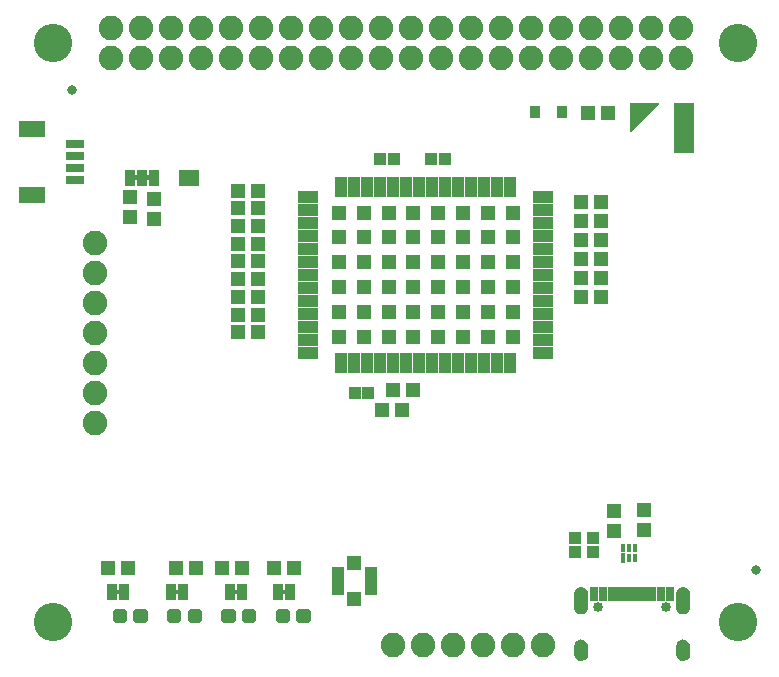
<source format=gts>
G04 EAGLE Gerber RS-274X export*
G75*
%MOMM*%
%FSLAX34Y34*%
%LPD*%
%INSoldermask Top*%
%IPPOS*%
%AMOC8*
5,1,8,0,0,1.08239X$1,22.5*%
G01*
%ADD10R,1.203200X1.303200*%
%ADD11R,0.838200X1.473200*%
%ADD12R,1.053200X2.403200*%
%ADD13R,1.203200X1.253200*%
%ADD14R,0.833200X1.033200*%
%ADD15R,1.303200X1.203200*%
%ADD16C,0.505344*%
%ADD17R,1.700000X4.200000*%
%ADD18R,1.003200X1.703200*%
%ADD19R,1.703200X1.003200*%
%ADD20R,1.303200X1.303200*%
%ADD21R,1.053200X1.103200*%
%ADD22R,0.453200X0.813200*%
%ADD23R,0.453200X0.763200*%
%ADD24R,0.503200X1.203200*%
%ADD25R,0.803200X1.203200*%
%ADD26C,0.853200*%
%ADD27R,1.103200X1.053200*%
%ADD28C,2.082800*%
%ADD29C,3.251200*%
%ADD30C,0.838200*%
%ADD31R,2.203200X1.403200*%
%ADD32R,1.553200X0.803200*%

G36*
X523536Y449417D02*
X523536Y449417D01*
X523563Y449413D01*
X523604Y449431D01*
X523646Y449440D01*
X523682Y449466D01*
X523691Y449470D01*
X523695Y449475D01*
X523706Y449484D01*
X547706Y473484D01*
X547727Y473522D01*
X547756Y473555D01*
X547760Y473582D01*
X547773Y473606D01*
X547770Y473650D01*
X547777Y473693D01*
X547766Y473719D01*
X547764Y473746D01*
X547738Y473781D01*
X547720Y473821D01*
X547697Y473836D01*
X547681Y473858D01*
X547640Y473874D01*
X547604Y473898D01*
X547560Y473905D01*
X547551Y473908D01*
X547544Y473907D01*
X547530Y473909D01*
X523530Y473909D01*
X523514Y473904D01*
X523497Y473907D01*
X523447Y473885D01*
X523396Y473870D01*
X523385Y473857D01*
X523369Y473850D01*
X523339Y473805D01*
X523304Y473765D01*
X523301Y473748D01*
X523292Y473734D01*
X523281Y473660D01*
X523281Y449660D01*
X523293Y449618D01*
X523296Y449574D01*
X523312Y449552D01*
X523320Y449526D01*
X523353Y449497D01*
X523379Y449462D01*
X523405Y449452D01*
X523425Y449434D01*
X523469Y449427D01*
X523509Y449412D01*
X523536Y449417D01*
G37*
G36*
X569484Y41173D02*
X569484Y41173D01*
X569490Y41179D01*
X569495Y41175D01*
X570725Y41540D01*
X570730Y41547D01*
X570735Y41545D01*
X571854Y42175D01*
X571857Y42182D01*
X571863Y42181D01*
X572813Y43044D01*
X572814Y43052D01*
X572820Y43052D01*
X573554Y44105D01*
X573554Y44113D01*
X573559Y44115D01*
X574041Y45305D01*
X574039Y45310D01*
X574043Y45313D01*
X574042Y45314D01*
X574044Y45315D01*
X574249Y46582D01*
X574246Y46587D01*
X574249Y46590D01*
X574249Y58590D01*
X574246Y58594D01*
X574249Y58597D01*
X574094Y59719D01*
X574089Y59724D01*
X574092Y59728D01*
X573721Y60799D01*
X573715Y60803D01*
X573717Y60808D01*
X573144Y61785D01*
X573138Y61788D01*
X573139Y61793D01*
X572386Y62640D01*
X572379Y62642D01*
X572379Y62647D01*
X571476Y63331D01*
X571469Y63331D01*
X571468Y63336D01*
X570449Y63831D01*
X570442Y63829D01*
X570440Y63834D01*
X569343Y64121D01*
X569337Y64118D01*
X569334Y64122D01*
X568203Y64189D01*
X568197Y64189D01*
X567066Y64122D01*
X567061Y64117D01*
X567057Y64121D01*
X565960Y63834D01*
X565956Y63828D01*
X565951Y63831D01*
X564932Y63336D01*
X564929Y63330D01*
X564924Y63331D01*
X564021Y62647D01*
X564019Y62640D01*
X564014Y62640D01*
X563261Y61793D01*
X563261Y61786D01*
X563256Y61785D01*
X562683Y60808D01*
X562684Y60805D01*
X562683Y60804D01*
X562684Y60803D01*
X562684Y60801D01*
X562679Y60799D01*
X562308Y59728D01*
X562310Y59723D01*
X562307Y59721D01*
X562307Y59720D01*
X562306Y59719D01*
X562151Y58597D01*
X562154Y58592D01*
X562151Y58590D01*
X562151Y46590D01*
X562154Y46585D01*
X562151Y46582D01*
X562356Y45315D01*
X562362Y45309D01*
X562359Y45305D01*
X562841Y44115D01*
X562848Y44111D01*
X562846Y44105D01*
X563580Y43052D01*
X563588Y43050D01*
X563587Y43044D01*
X564537Y42181D01*
X564546Y42180D01*
X564546Y42175D01*
X565665Y41545D01*
X565673Y41546D01*
X565675Y41540D01*
X566905Y41175D01*
X566913Y41178D01*
X566916Y41173D01*
X568197Y41091D01*
X568201Y41094D01*
X568203Y41091D01*
X569484Y41173D01*
G37*
G36*
X483084Y41173D02*
X483084Y41173D01*
X483090Y41179D01*
X483095Y41175D01*
X484325Y41540D01*
X484330Y41547D01*
X484335Y41545D01*
X485454Y42175D01*
X485457Y42182D01*
X485463Y42181D01*
X486413Y43044D01*
X486414Y43052D01*
X486420Y43052D01*
X487154Y44105D01*
X487154Y44113D01*
X487159Y44115D01*
X487641Y45305D01*
X487639Y45310D01*
X487643Y45313D01*
X487642Y45314D01*
X487644Y45315D01*
X487849Y46582D01*
X487846Y46587D01*
X487849Y46590D01*
X487849Y58590D01*
X487846Y58594D01*
X487849Y58597D01*
X487694Y59719D01*
X487689Y59724D01*
X487692Y59728D01*
X487321Y60799D01*
X487315Y60803D01*
X487317Y60808D01*
X486744Y61785D01*
X486738Y61788D01*
X486739Y61793D01*
X485986Y62640D01*
X485979Y62642D01*
X485979Y62647D01*
X485076Y63331D01*
X485069Y63331D01*
X485068Y63336D01*
X484049Y63831D01*
X484042Y63829D01*
X484040Y63834D01*
X482943Y64121D01*
X482937Y64118D01*
X482934Y64122D01*
X481803Y64189D01*
X481797Y64189D01*
X480666Y64122D01*
X480661Y64117D01*
X480657Y64121D01*
X479560Y63834D01*
X479556Y63828D01*
X479551Y63831D01*
X478532Y63336D01*
X478529Y63330D01*
X478524Y63331D01*
X477621Y62647D01*
X477619Y62640D01*
X477614Y62640D01*
X476861Y61793D01*
X476861Y61786D01*
X476856Y61785D01*
X476283Y60808D01*
X476284Y60805D01*
X476283Y60804D01*
X476284Y60803D01*
X476284Y60801D01*
X476279Y60799D01*
X475908Y59728D01*
X475910Y59723D01*
X475907Y59721D01*
X475907Y59720D01*
X475906Y59719D01*
X475751Y58597D01*
X475754Y58592D01*
X475751Y58590D01*
X475751Y46590D01*
X475754Y46585D01*
X475751Y46582D01*
X475956Y45315D01*
X475962Y45309D01*
X475959Y45305D01*
X476441Y44115D01*
X476448Y44111D01*
X476446Y44105D01*
X477180Y43052D01*
X477188Y43050D01*
X477187Y43044D01*
X478137Y42181D01*
X478146Y42180D01*
X478146Y42175D01*
X479265Y41545D01*
X479273Y41546D01*
X479275Y41540D01*
X480505Y41175D01*
X480513Y41178D01*
X480516Y41173D01*
X481797Y41091D01*
X481801Y41094D01*
X481803Y41091D01*
X483084Y41173D01*
G37*
G36*
X482971Y1901D02*
X482971Y1901D01*
X482976Y1906D01*
X482980Y1903D01*
X484103Y2238D01*
X484107Y2244D01*
X484111Y2242D01*
X485147Y2790D01*
X485150Y2796D01*
X485155Y2795D01*
X486063Y3534D01*
X486065Y3541D01*
X486070Y3541D01*
X486817Y4443D01*
X486817Y4451D01*
X486823Y4451D01*
X487379Y5482D01*
X487378Y5489D01*
X487383Y5491D01*
X487727Y6610D01*
X487725Y6617D01*
X487729Y6620D01*
X487849Y7785D01*
X487847Y7788D01*
X487849Y7790D01*
X487849Y13790D01*
X487847Y13793D01*
X487849Y13795D01*
X487738Y14971D01*
X487733Y14976D01*
X487736Y14980D01*
X487398Y16112D01*
X487392Y16116D01*
X487394Y16121D01*
X486842Y17165D01*
X486835Y17168D01*
X486837Y17173D01*
X486091Y18089D01*
X486084Y18090D01*
X486084Y18096D01*
X485175Y18849D01*
X485167Y18849D01*
X485167Y18854D01*
X484127Y19415D01*
X484120Y19414D01*
X484118Y19419D01*
X482989Y19766D01*
X482983Y19764D01*
X482980Y19768D01*
X481805Y19889D01*
X481798Y19885D01*
X481794Y19889D01*
X480454Y19732D01*
X480448Y19727D01*
X480443Y19730D01*
X479172Y19279D01*
X479167Y19272D01*
X479162Y19274D01*
X478023Y18552D01*
X478020Y18544D01*
X478014Y18545D01*
X477064Y17587D01*
X477063Y17579D01*
X477057Y17578D01*
X476344Y16433D01*
X476345Y16425D01*
X476339Y16423D01*
X475899Y15147D01*
X475901Y15140D01*
X475897Y15137D01*
X475751Y13795D01*
X475753Y13792D01*
X475751Y13790D01*
X475751Y7790D01*
X475753Y7787D01*
X475751Y7784D01*
X475906Y6455D01*
X475912Y6449D01*
X475909Y6445D01*
X476356Y5184D01*
X476363Y5179D01*
X476361Y5174D01*
X477078Y4044D01*
X477085Y4041D01*
X477084Y4035D01*
X478035Y3093D01*
X478043Y3092D01*
X478043Y3086D01*
X479179Y2379D01*
X479187Y2380D01*
X479189Y2374D01*
X480454Y1938D01*
X480459Y1939D01*
X480460Y1939D01*
X480463Y1939D01*
X480465Y1935D01*
X481795Y1791D01*
X481801Y1795D01*
X481805Y1791D01*
X482971Y1901D01*
G37*
G36*
X569371Y1901D02*
X569371Y1901D01*
X569376Y1906D01*
X569380Y1903D01*
X570503Y2238D01*
X570507Y2244D01*
X570511Y2242D01*
X571547Y2790D01*
X571550Y2796D01*
X571555Y2795D01*
X572463Y3534D01*
X572465Y3541D01*
X572470Y3541D01*
X573217Y4443D01*
X573217Y4451D01*
X573223Y4451D01*
X573779Y5482D01*
X573778Y5489D01*
X573783Y5491D01*
X574127Y6610D01*
X574125Y6617D01*
X574129Y6620D01*
X574249Y7785D01*
X574247Y7788D01*
X574249Y7790D01*
X574249Y13790D01*
X574247Y13793D01*
X574249Y13795D01*
X574138Y14971D01*
X574133Y14976D01*
X574136Y14980D01*
X573798Y16112D01*
X573792Y16116D01*
X573794Y16121D01*
X573242Y17165D01*
X573235Y17168D01*
X573237Y17173D01*
X572491Y18089D01*
X572484Y18090D01*
X572484Y18096D01*
X571575Y18849D01*
X571567Y18849D01*
X571567Y18854D01*
X570527Y19415D01*
X570520Y19414D01*
X570518Y19419D01*
X569389Y19766D01*
X569383Y19764D01*
X569380Y19768D01*
X568205Y19889D01*
X568198Y19885D01*
X568194Y19889D01*
X566854Y19732D01*
X566848Y19727D01*
X566843Y19730D01*
X565572Y19279D01*
X565567Y19272D01*
X565562Y19274D01*
X564423Y18552D01*
X564420Y18544D01*
X564414Y18545D01*
X563464Y17587D01*
X563463Y17579D01*
X563457Y17578D01*
X562744Y16433D01*
X562745Y16425D01*
X562739Y16423D01*
X562299Y15147D01*
X562301Y15140D01*
X562297Y15137D01*
X562151Y13795D01*
X562153Y13792D01*
X562151Y13790D01*
X562151Y7790D01*
X562153Y7787D01*
X562151Y7784D01*
X562306Y6455D01*
X562312Y6449D01*
X562309Y6445D01*
X562756Y5184D01*
X562763Y5179D01*
X562761Y5174D01*
X563478Y4044D01*
X563485Y4041D01*
X563484Y4035D01*
X564435Y3093D01*
X564443Y3092D01*
X564443Y3086D01*
X565579Y2379D01*
X565587Y2380D01*
X565589Y2374D01*
X566854Y1938D01*
X566859Y1939D01*
X566860Y1939D01*
X566863Y1939D01*
X566865Y1935D01*
X568195Y1791D01*
X568201Y1795D01*
X568205Y1791D01*
X569371Y1901D01*
G37*
G36*
X117050Y409027D02*
X117050Y409027D01*
X117116Y409029D01*
X117159Y409047D01*
X117206Y409055D01*
X117263Y409089D01*
X117323Y409114D01*
X117358Y409145D01*
X117399Y409170D01*
X117441Y409221D01*
X117489Y409265D01*
X117511Y409307D01*
X117540Y409344D01*
X117561Y409406D01*
X117592Y409465D01*
X117600Y409519D01*
X117612Y409556D01*
X117611Y409596D01*
X117619Y409650D01*
X117619Y412190D01*
X117608Y412255D01*
X117606Y412321D01*
X117588Y412364D01*
X117580Y412411D01*
X117546Y412468D01*
X117521Y412528D01*
X117490Y412563D01*
X117465Y412604D01*
X117414Y412646D01*
X117370Y412694D01*
X117328Y412716D01*
X117291Y412745D01*
X117229Y412766D01*
X117170Y412797D01*
X117116Y412805D01*
X117079Y412817D01*
X117039Y412816D01*
X116985Y412824D01*
X113175Y412824D01*
X113110Y412813D01*
X113044Y412811D01*
X113001Y412793D01*
X112954Y412785D01*
X112897Y412751D01*
X112837Y412726D01*
X112802Y412695D01*
X112761Y412670D01*
X112720Y412619D01*
X112671Y412575D01*
X112649Y412533D01*
X112620Y412496D01*
X112599Y412434D01*
X112568Y412375D01*
X112560Y412321D01*
X112548Y412284D01*
X112548Y412281D01*
X112549Y412244D01*
X112541Y412190D01*
X112541Y409650D01*
X112552Y409585D01*
X112554Y409519D01*
X112572Y409476D01*
X112580Y409429D01*
X112614Y409372D01*
X112639Y409312D01*
X112670Y409277D01*
X112695Y409236D01*
X112746Y409195D01*
X112790Y409146D01*
X112832Y409124D01*
X112869Y409095D01*
X112931Y409074D01*
X112990Y409043D01*
X113044Y409035D01*
X113081Y409023D01*
X113121Y409024D01*
X113175Y409016D01*
X116985Y409016D01*
X117050Y409027D01*
G37*
G36*
X106890Y409027D02*
X106890Y409027D01*
X106956Y409029D01*
X106999Y409047D01*
X107046Y409055D01*
X107103Y409089D01*
X107163Y409114D01*
X107198Y409145D01*
X107239Y409170D01*
X107281Y409221D01*
X107329Y409265D01*
X107351Y409307D01*
X107380Y409344D01*
X107401Y409406D01*
X107432Y409465D01*
X107440Y409519D01*
X107452Y409556D01*
X107451Y409596D01*
X107459Y409650D01*
X107459Y412190D01*
X107448Y412255D01*
X107446Y412321D01*
X107428Y412364D01*
X107420Y412411D01*
X107386Y412468D01*
X107361Y412528D01*
X107330Y412563D01*
X107305Y412604D01*
X107254Y412646D01*
X107210Y412694D01*
X107168Y412716D01*
X107131Y412745D01*
X107069Y412766D01*
X107010Y412797D01*
X106956Y412805D01*
X106919Y412817D01*
X106879Y412816D01*
X106825Y412824D01*
X103015Y412824D01*
X102950Y412813D01*
X102884Y412811D01*
X102841Y412793D01*
X102794Y412785D01*
X102737Y412751D01*
X102677Y412726D01*
X102642Y412695D01*
X102601Y412670D01*
X102560Y412619D01*
X102511Y412575D01*
X102489Y412533D01*
X102460Y412496D01*
X102439Y412434D01*
X102408Y412375D01*
X102400Y412321D01*
X102388Y412284D01*
X102388Y412281D01*
X102389Y412244D01*
X102381Y412190D01*
X102381Y409650D01*
X102392Y409585D01*
X102394Y409519D01*
X102412Y409476D01*
X102420Y409429D01*
X102454Y409372D01*
X102479Y409312D01*
X102510Y409277D01*
X102535Y409236D01*
X102586Y409195D01*
X102630Y409146D01*
X102672Y409124D01*
X102709Y409095D01*
X102771Y409074D01*
X102830Y409043D01*
X102884Y409035D01*
X102921Y409023D01*
X102961Y409024D01*
X103015Y409016D01*
X106825Y409016D01*
X106890Y409027D01*
G37*
G36*
X141970Y58107D02*
X141970Y58107D01*
X142036Y58109D01*
X142079Y58127D01*
X142126Y58135D01*
X142183Y58169D01*
X142243Y58194D01*
X142278Y58225D01*
X142319Y58250D01*
X142361Y58301D01*
X142409Y58345D01*
X142431Y58387D01*
X142460Y58424D01*
X142481Y58486D01*
X142512Y58545D01*
X142520Y58599D01*
X142532Y58636D01*
X142531Y58676D01*
X142539Y58730D01*
X142539Y61270D01*
X142528Y61335D01*
X142526Y61401D01*
X142508Y61444D01*
X142500Y61491D01*
X142466Y61548D01*
X142441Y61608D01*
X142410Y61643D01*
X142385Y61684D01*
X142334Y61726D01*
X142290Y61774D01*
X142248Y61796D01*
X142211Y61825D01*
X142149Y61846D01*
X142090Y61877D01*
X142036Y61885D01*
X141999Y61897D01*
X141959Y61896D01*
X141905Y61904D01*
X138095Y61904D01*
X138030Y61893D01*
X137964Y61891D01*
X137921Y61873D01*
X137874Y61865D01*
X137817Y61831D01*
X137757Y61806D01*
X137722Y61775D01*
X137681Y61750D01*
X137640Y61699D01*
X137591Y61655D01*
X137569Y61613D01*
X137540Y61576D01*
X137519Y61514D01*
X137488Y61455D01*
X137480Y61401D01*
X137468Y61364D01*
X137468Y61361D01*
X137469Y61324D01*
X137461Y61270D01*
X137461Y58730D01*
X137472Y58665D01*
X137474Y58599D01*
X137492Y58556D01*
X137500Y58509D01*
X137534Y58452D01*
X137559Y58392D01*
X137590Y58357D01*
X137615Y58316D01*
X137666Y58275D01*
X137710Y58226D01*
X137752Y58204D01*
X137789Y58175D01*
X137851Y58154D01*
X137910Y58123D01*
X137964Y58115D01*
X138001Y58103D01*
X138041Y58104D01*
X138095Y58096D01*
X141905Y58096D01*
X141970Y58107D01*
G37*
G36*
X191970Y58107D02*
X191970Y58107D01*
X192036Y58109D01*
X192079Y58127D01*
X192126Y58135D01*
X192183Y58169D01*
X192243Y58194D01*
X192278Y58225D01*
X192319Y58250D01*
X192361Y58301D01*
X192409Y58345D01*
X192431Y58387D01*
X192460Y58424D01*
X192481Y58486D01*
X192512Y58545D01*
X192520Y58599D01*
X192532Y58636D01*
X192531Y58676D01*
X192539Y58730D01*
X192539Y61270D01*
X192528Y61335D01*
X192526Y61401D01*
X192508Y61444D01*
X192500Y61491D01*
X192466Y61548D01*
X192441Y61608D01*
X192410Y61643D01*
X192385Y61684D01*
X192334Y61726D01*
X192290Y61774D01*
X192248Y61796D01*
X192211Y61825D01*
X192149Y61846D01*
X192090Y61877D01*
X192036Y61885D01*
X191999Y61897D01*
X191959Y61896D01*
X191905Y61904D01*
X188095Y61904D01*
X188030Y61893D01*
X187964Y61891D01*
X187921Y61873D01*
X187874Y61865D01*
X187817Y61831D01*
X187757Y61806D01*
X187722Y61775D01*
X187681Y61750D01*
X187640Y61699D01*
X187591Y61655D01*
X187569Y61613D01*
X187540Y61576D01*
X187519Y61514D01*
X187488Y61455D01*
X187480Y61401D01*
X187468Y61364D01*
X187468Y61361D01*
X187469Y61324D01*
X187461Y61270D01*
X187461Y58730D01*
X187472Y58665D01*
X187474Y58599D01*
X187492Y58556D01*
X187500Y58509D01*
X187534Y58452D01*
X187559Y58392D01*
X187590Y58357D01*
X187615Y58316D01*
X187666Y58275D01*
X187710Y58226D01*
X187752Y58204D01*
X187789Y58175D01*
X187851Y58154D01*
X187910Y58123D01*
X187964Y58115D01*
X188001Y58103D01*
X188041Y58104D01*
X188095Y58096D01*
X191905Y58096D01*
X191970Y58107D01*
G37*
G36*
X91970Y58107D02*
X91970Y58107D01*
X92036Y58109D01*
X92079Y58127D01*
X92126Y58135D01*
X92183Y58169D01*
X92243Y58194D01*
X92278Y58225D01*
X92319Y58250D01*
X92361Y58301D01*
X92409Y58345D01*
X92431Y58387D01*
X92460Y58424D01*
X92481Y58486D01*
X92512Y58545D01*
X92520Y58599D01*
X92532Y58636D01*
X92531Y58676D01*
X92539Y58730D01*
X92539Y61270D01*
X92528Y61335D01*
X92526Y61401D01*
X92508Y61444D01*
X92500Y61491D01*
X92466Y61548D01*
X92441Y61608D01*
X92410Y61643D01*
X92385Y61684D01*
X92334Y61726D01*
X92290Y61774D01*
X92248Y61796D01*
X92211Y61825D01*
X92149Y61846D01*
X92090Y61877D01*
X92036Y61885D01*
X91999Y61897D01*
X91959Y61896D01*
X91905Y61904D01*
X88095Y61904D01*
X88030Y61893D01*
X87964Y61891D01*
X87921Y61873D01*
X87874Y61865D01*
X87817Y61831D01*
X87757Y61806D01*
X87722Y61775D01*
X87681Y61750D01*
X87640Y61699D01*
X87591Y61655D01*
X87569Y61613D01*
X87540Y61576D01*
X87519Y61514D01*
X87488Y61455D01*
X87480Y61401D01*
X87468Y61364D01*
X87468Y61361D01*
X87469Y61324D01*
X87461Y61270D01*
X87461Y58730D01*
X87472Y58665D01*
X87474Y58599D01*
X87492Y58556D01*
X87500Y58509D01*
X87534Y58452D01*
X87559Y58392D01*
X87590Y58357D01*
X87615Y58316D01*
X87666Y58275D01*
X87710Y58226D01*
X87752Y58204D01*
X87789Y58175D01*
X87851Y58154D01*
X87910Y58123D01*
X87964Y58115D01*
X88001Y58103D01*
X88041Y58104D01*
X88095Y58096D01*
X91905Y58096D01*
X91970Y58107D01*
G37*
G36*
X231970Y58107D02*
X231970Y58107D01*
X232036Y58109D01*
X232079Y58127D01*
X232126Y58135D01*
X232183Y58169D01*
X232243Y58194D01*
X232278Y58225D01*
X232319Y58250D01*
X232361Y58301D01*
X232409Y58345D01*
X232431Y58387D01*
X232460Y58424D01*
X232481Y58486D01*
X232512Y58545D01*
X232520Y58599D01*
X232532Y58636D01*
X232531Y58676D01*
X232539Y58730D01*
X232539Y61270D01*
X232528Y61335D01*
X232526Y61401D01*
X232508Y61444D01*
X232500Y61491D01*
X232466Y61548D01*
X232441Y61608D01*
X232410Y61643D01*
X232385Y61684D01*
X232334Y61726D01*
X232290Y61774D01*
X232248Y61796D01*
X232211Y61825D01*
X232149Y61846D01*
X232090Y61877D01*
X232036Y61885D01*
X231999Y61897D01*
X231959Y61896D01*
X231905Y61904D01*
X228095Y61904D01*
X228030Y61893D01*
X227964Y61891D01*
X227921Y61873D01*
X227874Y61865D01*
X227817Y61831D01*
X227757Y61806D01*
X227722Y61775D01*
X227681Y61750D01*
X227640Y61699D01*
X227591Y61655D01*
X227569Y61613D01*
X227540Y61576D01*
X227519Y61514D01*
X227488Y61455D01*
X227480Y61401D01*
X227468Y61364D01*
X227468Y61361D01*
X227469Y61324D01*
X227461Y61270D01*
X227461Y58730D01*
X227472Y58665D01*
X227474Y58599D01*
X227492Y58556D01*
X227500Y58509D01*
X227534Y58452D01*
X227559Y58392D01*
X227590Y58357D01*
X227615Y58316D01*
X227666Y58275D01*
X227710Y58226D01*
X227752Y58204D01*
X227789Y58175D01*
X227851Y58154D01*
X227910Y58123D01*
X227964Y58115D01*
X228001Y58103D01*
X228041Y58104D01*
X228095Y58096D01*
X231905Y58096D01*
X231970Y58107D01*
G37*
D10*
X120030Y376076D03*
X120030Y393076D03*
X99662Y377854D03*
X99662Y394854D03*
D11*
X120160Y410920D03*
X110000Y410920D03*
X99840Y410920D03*
D12*
X276250Y69128D03*
X303750Y69128D03*
D13*
X290000Y84378D03*
X290000Y53878D03*
D14*
X465726Y466312D03*
X442726Y466312D03*
D15*
X504686Y465680D03*
X487686Y465680D03*
D11*
X153810Y410204D03*
X145682Y410204D03*
D16*
X94720Y43490D02*
X94720Y36510D01*
X87740Y36510D01*
X87740Y43490D01*
X94720Y43490D01*
X94720Y41310D02*
X87740Y41310D01*
X112260Y43490D02*
X112260Y36510D01*
X105280Y36510D01*
X105280Y43490D01*
X112260Y43490D01*
X112260Y41310D02*
X105280Y41310D01*
D15*
X98500Y80000D03*
X81500Y80000D03*
D11*
X95080Y60000D03*
X84920Y60000D03*
D17*
X568830Y452860D03*
D18*
X278880Y253800D03*
X289880Y253800D03*
X300880Y253800D03*
X311880Y253800D03*
X322880Y253800D03*
X333880Y253800D03*
X344880Y253800D03*
X355880Y253800D03*
X366880Y253800D03*
X377880Y253800D03*
X388880Y253800D03*
X399880Y253800D03*
X410880Y253800D03*
X421880Y253800D03*
X278880Y403300D03*
X289880Y403300D03*
X300880Y403300D03*
X311880Y403300D03*
X322880Y403300D03*
X333880Y403300D03*
X344880Y403300D03*
X355880Y403300D03*
X366880Y403300D03*
X377880Y403300D03*
X388880Y403300D03*
X399880Y403300D03*
X410880Y403300D03*
X421880Y403300D03*
D19*
X449880Y262300D03*
X449880Y273300D03*
X449880Y284300D03*
X449880Y295300D03*
X449880Y306300D03*
X449880Y317300D03*
X449880Y328300D03*
X449880Y339300D03*
X449880Y350300D03*
X449880Y361300D03*
X449880Y372300D03*
X449880Y383300D03*
X449880Y394300D03*
X250880Y394300D03*
X250880Y383300D03*
X250880Y372300D03*
X250880Y361300D03*
X250880Y350300D03*
X250880Y339300D03*
X250880Y328300D03*
X250880Y317300D03*
X250880Y306300D03*
X250880Y295300D03*
X250880Y284300D03*
X250880Y273300D03*
X250880Y262300D03*
D20*
X276880Y276300D03*
X297880Y276300D03*
X318880Y276300D03*
X339880Y276300D03*
X360880Y276300D03*
X381880Y276300D03*
X402880Y276300D03*
X423880Y276300D03*
X423880Y297300D03*
X402880Y297300D03*
X381880Y297300D03*
X360880Y297300D03*
X339880Y297300D03*
X318880Y297300D03*
X297880Y297300D03*
X276880Y297300D03*
X276880Y318300D03*
X297880Y318300D03*
X318880Y318300D03*
X339880Y318300D03*
X360880Y318300D03*
X381880Y318300D03*
X402880Y318300D03*
X423880Y318300D03*
X423880Y339300D03*
X402880Y339300D03*
X381880Y339300D03*
X360880Y339300D03*
X339880Y339300D03*
X318880Y339300D03*
X297880Y339300D03*
X276880Y339300D03*
X276880Y360300D03*
X297880Y360300D03*
X318880Y360300D03*
X339880Y360300D03*
X360880Y360300D03*
X381880Y360300D03*
X402880Y360300D03*
X423880Y360300D03*
X423880Y381300D03*
X402880Y381300D03*
X381880Y381300D03*
X360880Y381300D03*
X339880Y381300D03*
X318880Y381300D03*
X297880Y381300D03*
X276880Y381300D03*
D15*
X312960Y214386D03*
X329960Y214386D03*
D21*
X354908Y426348D03*
X366508Y426348D03*
D22*
X517432Y89006D03*
D23*
X522432Y88756D03*
X527432Y88756D03*
X527432Y97356D03*
X522432Y97356D03*
X517432Y97356D03*
D21*
X323036Y426754D03*
X311436Y426754D03*
D15*
X138500Y80000D03*
X155500Y80000D03*
X194500Y80000D03*
X177500Y80000D03*
D11*
X195080Y60000D03*
X184920Y60000D03*
X134920Y60000D03*
X145080Y60000D03*
D16*
X151280Y43490D02*
X151280Y36510D01*
X151280Y43490D02*
X158260Y43490D01*
X158260Y36510D01*
X151280Y36510D01*
X151280Y41310D02*
X158260Y41310D01*
X133740Y43490D02*
X133740Y36510D01*
X133740Y43490D02*
X140720Y43490D01*
X140720Y36510D01*
X133740Y36510D01*
X133740Y41310D02*
X140720Y41310D01*
X186720Y43490D02*
X186720Y36510D01*
X179740Y36510D01*
X179740Y43490D01*
X186720Y43490D01*
X186720Y41310D02*
X179740Y41310D01*
X204260Y43490D02*
X204260Y36510D01*
X197280Y36510D01*
X197280Y43490D01*
X204260Y43490D01*
X204260Y41310D02*
X197280Y41310D01*
D15*
X322796Y230702D03*
X339796Y230702D03*
D24*
X532500Y58390D03*
X527500Y58390D03*
D25*
X557250Y58390D03*
X549500Y58390D03*
D24*
X542500Y58390D03*
X537500Y58390D03*
X517500Y58390D03*
X522500Y58390D03*
D25*
X492750Y58390D03*
X500500Y58390D03*
D24*
X507500Y58390D03*
X512500Y58390D03*
D26*
X496100Y47340D03*
X553900Y47340D03*
D27*
X476950Y105800D03*
X476950Y94200D03*
X492336Y105800D03*
X492336Y94200D03*
D28*
X83720Y512160D03*
X109120Y512160D03*
X134520Y512160D03*
X159920Y512160D03*
X185320Y512160D03*
X210720Y512160D03*
X236120Y512160D03*
X261520Y512160D03*
X286920Y512160D03*
X312320Y512160D03*
X337720Y512160D03*
X363120Y512160D03*
X388520Y512160D03*
X388520Y537560D03*
X363120Y537560D03*
X337720Y537560D03*
X312320Y537560D03*
X286920Y537560D03*
X261520Y537560D03*
X236120Y537560D03*
X210720Y537560D03*
X185320Y537560D03*
X159920Y537560D03*
X134520Y537560D03*
X109120Y537560D03*
X83720Y537560D03*
X413920Y512160D03*
X413920Y537560D03*
X439320Y512160D03*
X439320Y537560D03*
X464720Y512160D03*
X464720Y537560D03*
X490120Y512160D03*
X490120Y537560D03*
X515520Y512160D03*
X515520Y537560D03*
X540920Y512160D03*
X540920Y537560D03*
X566320Y512160D03*
X566320Y537560D03*
D29*
X35000Y35000D03*
X615000Y35000D03*
X35000Y525000D03*
X615000Y525000D03*
D30*
X629732Y79018D03*
X50480Y485080D03*
D31*
X16590Y452180D03*
X16590Y396180D03*
D32*
X53340Y439180D03*
X53340Y429180D03*
X53340Y419180D03*
X53340Y409180D03*
D28*
X70000Y355400D03*
X70000Y330000D03*
X70000Y304600D03*
X70000Y279200D03*
X70000Y253800D03*
X70000Y228400D03*
X70000Y203000D03*
X322500Y15000D03*
X347900Y15000D03*
X373300Y15000D03*
X398700Y15000D03*
X424100Y15000D03*
X449500Y15000D03*
D10*
X535360Y112770D03*
X535360Y129770D03*
X509680Y111500D03*
X509680Y128500D03*
D15*
X238500Y80000D03*
X221500Y80000D03*
D11*
X235080Y60000D03*
X224920Y60000D03*
D16*
X232720Y43490D02*
X232720Y36510D01*
X225740Y36510D01*
X225740Y43490D01*
X232720Y43490D01*
X232720Y41310D02*
X225740Y41310D01*
X250260Y43490D02*
X250260Y36510D01*
X243280Y36510D01*
X243280Y43490D01*
X250260Y43490D01*
X250260Y41310D02*
X243280Y41310D01*
D21*
X290200Y229000D03*
X301800Y229000D03*
D15*
X208500Y325000D03*
X191500Y325000D03*
X208500Y295000D03*
X191500Y295000D03*
X208500Y370000D03*
X191500Y370000D03*
X208500Y355000D03*
X191500Y355000D03*
X208500Y340000D03*
X191500Y340000D03*
X208500Y400000D03*
X191500Y400000D03*
X208500Y385000D03*
X191500Y385000D03*
X481500Y310000D03*
X498500Y310000D03*
X481500Y326000D03*
X498500Y326000D03*
X208500Y280000D03*
X191500Y280000D03*
X208500Y310000D03*
X191500Y310000D03*
X481500Y390000D03*
X498500Y390000D03*
X481500Y374000D03*
X498500Y374000D03*
X498500Y342000D03*
X481500Y342000D03*
X498500Y358000D03*
X481500Y358000D03*
M02*

</source>
